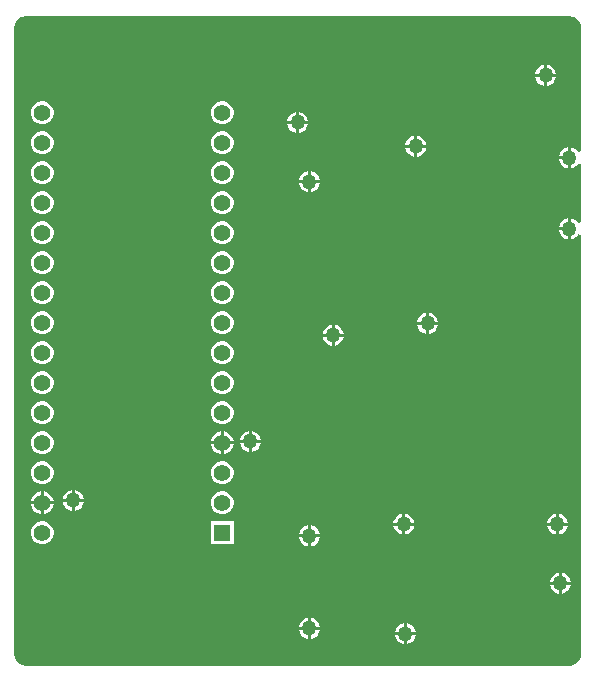
<source format=gbr>
G04*
G04 #@! TF.GenerationSoftware,Altium Limited,Altium Designer,24.6.1 (21)*
G04*
G04 Layer_Physical_Order=2*
G04 Layer_Color=16711680*
%FSLAX25Y25*%
%MOIN*%
G70*
G04*
G04 #@! TF.SameCoordinates,E50FEA8C-7DC8-4ABE-93B5-960DD125A3C4*
G04*
G04*
G04 #@! TF.FilePolarity,Positive*
G04*
G01*
G75*
%ADD39C,0.05567*%
%ADD40R,0.05567X0.05567*%
%ADD42C,0.05000*%
G36*
X190125Y220321D02*
X190841Y220024D01*
X191486Y219594D01*
X192034Y219045D01*
X192465Y218400D01*
X192762Y217684D01*
X192913Y216923D01*
Y216535D01*
Y175409D01*
X191913Y175141D01*
X191777Y175377D01*
X191125Y176029D01*
X190327Y176490D01*
X189476Y176718D01*
Y173228D01*
Y169739D01*
X190327Y169967D01*
X191125Y170428D01*
X191777Y171079D01*
X191913Y171315D01*
X192913Y171047D01*
Y151787D01*
X191913Y151519D01*
X191777Y151755D01*
X191125Y152407D01*
X190327Y152868D01*
X189476Y153096D01*
Y149606D01*
Y146117D01*
X190327Y146345D01*
X191125Y146806D01*
X191777Y147457D01*
X191913Y147693D01*
X192913Y147425D01*
Y7874D01*
Y7486D01*
X192762Y6726D01*
X192465Y6009D01*
X192034Y5364D01*
X191486Y4816D01*
X190841Y4385D01*
X190125Y4088D01*
X189364Y3937D01*
X7486D01*
X6726Y4088D01*
X6009Y4385D01*
X5364Y4816D01*
X4816Y5364D01*
X4385Y6009D01*
X4088Y6726D01*
X3937Y7486D01*
Y7874D01*
Y216535D01*
Y216923D01*
X4088Y217684D01*
X4385Y218400D01*
X4816Y219045D01*
X5364Y219594D01*
X6009Y220024D01*
X6726Y220321D01*
X7486Y220472D01*
X189364D01*
X190125Y220321D01*
D02*
G37*
%LPC*%
G36*
X181602Y204277D02*
Y201287D01*
X184592D01*
X184364Y202138D01*
X183903Y202936D01*
X183251Y203588D01*
X182453Y204049D01*
X181602Y204277D01*
D02*
G37*
G36*
X180602D02*
X179751Y204049D01*
X178953Y203588D01*
X178302Y202936D01*
X177841Y202138D01*
X177613Y201287D01*
X180602D01*
Y204277D01*
D02*
G37*
G36*
X184592Y200287D02*
X181602D01*
Y197298D01*
X182453Y197526D01*
X183251Y197987D01*
X183903Y198638D01*
X184364Y199436D01*
X184592Y200287D01*
D02*
G37*
G36*
X180602D02*
X177613D01*
X177841Y199436D01*
X178302Y198638D01*
X178953Y197987D01*
X179751Y197526D01*
X180602Y197298D01*
Y200287D01*
D02*
G37*
G36*
X98925Y188529D02*
Y185539D01*
X101915D01*
X101687Y186390D01*
X101226Y187188D01*
X100574Y187840D01*
X99776Y188301D01*
X98925Y188529D01*
D02*
G37*
G36*
X97925D02*
X97074Y188301D01*
X96276Y187840D01*
X95625Y187188D01*
X95164Y186390D01*
X94936Y185539D01*
X97925D01*
Y188529D01*
D02*
G37*
G36*
X73805Y192081D02*
X72809D01*
X71847Y191823D01*
X70984Y191325D01*
X70280Y190620D01*
X69781Y189758D01*
X69524Y188795D01*
Y187799D01*
X69781Y186837D01*
X70280Y185974D01*
X70984Y185270D01*
X71847Y184772D01*
X72809Y184514D01*
X73805D01*
X74767Y184772D01*
X75630Y185270D01*
X76335Y185974D01*
X76833Y186837D01*
X77091Y187799D01*
Y188795D01*
X76833Y189758D01*
X76335Y190620D01*
X75630Y191325D01*
X74767Y191823D01*
X73805Y192081D01*
D02*
G37*
G36*
X13805D02*
X12809D01*
X11847Y191823D01*
X10984Y191325D01*
X10280Y190620D01*
X9781Y189758D01*
X9524Y188795D01*
Y187799D01*
X9781Y186837D01*
X10280Y185974D01*
X10984Y185270D01*
X11847Y184772D01*
X12809Y184514D01*
X13805D01*
X14767Y184772D01*
X15630Y185270D01*
X16335Y185974D01*
X16833Y186837D01*
X17090Y187799D01*
Y188795D01*
X16833Y189758D01*
X16335Y190620D01*
X15630Y191325D01*
X14767Y191823D01*
X13805Y192081D01*
D02*
G37*
G36*
X101915Y184539D02*
X98925D01*
Y181550D01*
X99776Y181778D01*
X100574Y182239D01*
X101226Y182890D01*
X101687Y183688D01*
X101915Y184539D01*
D02*
G37*
G36*
X97925D02*
X94936D01*
X95164Y183688D01*
X95625Y182890D01*
X96276Y182239D01*
X97074Y181778D01*
X97925Y181550D01*
Y184539D01*
D02*
G37*
G36*
X138295Y180655D02*
Y177665D01*
X141285D01*
X141057Y178516D01*
X140596Y179314D01*
X139944Y179966D01*
X139146Y180427D01*
X138295Y180655D01*
D02*
G37*
G36*
X137295D02*
X136444Y180427D01*
X135646Y179966D01*
X134995Y179314D01*
X134534Y178516D01*
X134306Y177665D01*
X137295D01*
Y180655D01*
D02*
G37*
G36*
X73805Y182081D02*
X72809D01*
X71847Y181823D01*
X70984Y181325D01*
X70280Y180620D01*
X69781Y179758D01*
X69524Y178795D01*
Y177799D01*
X69781Y176837D01*
X70280Y175974D01*
X70984Y175270D01*
X71847Y174772D01*
X72809Y174514D01*
X73805D01*
X74767Y174772D01*
X75630Y175270D01*
X76335Y175974D01*
X76833Y176837D01*
X77091Y177799D01*
Y178795D01*
X76833Y179758D01*
X76335Y180620D01*
X75630Y181325D01*
X74767Y181823D01*
X73805Y182081D01*
D02*
G37*
G36*
X13805D02*
X12809D01*
X11847Y181823D01*
X10984Y181325D01*
X10280Y180620D01*
X9781Y179758D01*
X9524Y178795D01*
Y177799D01*
X9781Y176837D01*
X10280Y175974D01*
X10984Y175270D01*
X11847Y174772D01*
X12809Y174514D01*
X13805D01*
X14767Y174772D01*
X15630Y175270D01*
X16335Y175974D01*
X16833Y176837D01*
X17090Y177799D01*
Y178795D01*
X16833Y179758D01*
X16335Y180620D01*
X15630Y181325D01*
X14767Y181823D01*
X13805Y182081D01*
D02*
G37*
G36*
X188476Y176718D02*
X187625Y176490D01*
X186827Y176029D01*
X186176Y175377D01*
X185715Y174579D01*
X185487Y173728D01*
X188476D01*
Y176718D01*
D02*
G37*
G36*
X141285Y176665D02*
X138295D01*
Y173676D01*
X139146Y173904D01*
X139944Y174365D01*
X140596Y175016D01*
X141057Y175814D01*
X141285Y176665D01*
D02*
G37*
G36*
X137295D02*
X134306D01*
X134534Y175814D01*
X134995Y175016D01*
X135646Y174365D01*
X136444Y173904D01*
X137295Y173676D01*
Y176665D01*
D02*
G37*
G36*
X188476Y172728D02*
X185487D01*
X185715Y171877D01*
X186176Y171079D01*
X186827Y170428D01*
X187625Y169967D01*
X188476Y169739D01*
Y172728D01*
D02*
G37*
G36*
X102862Y168844D02*
Y165854D01*
X105852D01*
X105624Y166705D01*
X105163Y167503D01*
X104511Y168155D01*
X103713Y168616D01*
X102862Y168844D01*
D02*
G37*
G36*
X101862D02*
X101011Y168616D01*
X100213Y168155D01*
X99562Y167503D01*
X99101Y166705D01*
X98873Y165854D01*
X101862D01*
Y168844D01*
D02*
G37*
G36*
X73805Y172081D02*
X72809D01*
X71847Y171823D01*
X70984Y171325D01*
X70280Y170620D01*
X69781Y169758D01*
X69524Y168795D01*
Y167799D01*
X69781Y166837D01*
X70280Y165974D01*
X70984Y165270D01*
X71847Y164772D01*
X72809Y164514D01*
X73805D01*
X74767Y164772D01*
X75630Y165270D01*
X76335Y165974D01*
X76833Y166837D01*
X77091Y167799D01*
Y168795D01*
X76833Y169758D01*
X76335Y170620D01*
X75630Y171325D01*
X74767Y171823D01*
X73805Y172081D01*
D02*
G37*
G36*
X13805D02*
X12809D01*
X11847Y171823D01*
X10984Y171325D01*
X10280Y170620D01*
X9781Y169758D01*
X9524Y168795D01*
Y167799D01*
X9781Y166837D01*
X10280Y165974D01*
X10984Y165270D01*
X11847Y164772D01*
X12809Y164514D01*
X13805D01*
X14767Y164772D01*
X15630Y165270D01*
X16335Y165974D01*
X16833Y166837D01*
X17090Y167799D01*
Y168795D01*
X16833Y169758D01*
X16335Y170620D01*
X15630Y171325D01*
X14767Y171823D01*
X13805Y172081D01*
D02*
G37*
G36*
X105852Y164854D02*
X102862D01*
Y161865D01*
X103713Y162093D01*
X104511Y162554D01*
X105163Y163205D01*
X105624Y164003D01*
X105852Y164854D01*
D02*
G37*
G36*
X101862D02*
X98873D01*
X99101Y164003D01*
X99562Y163205D01*
X100213Y162554D01*
X101011Y162093D01*
X101862Y161865D01*
Y164854D01*
D02*
G37*
G36*
X73805Y162081D02*
X72809D01*
X71847Y161823D01*
X70984Y161325D01*
X70280Y160620D01*
X69781Y159758D01*
X69524Y158795D01*
Y157799D01*
X69781Y156837D01*
X70280Y155974D01*
X70984Y155270D01*
X71847Y154772D01*
X72809Y154514D01*
X73805D01*
X74767Y154772D01*
X75630Y155270D01*
X76335Y155974D01*
X76833Y156837D01*
X77091Y157799D01*
Y158795D01*
X76833Y159758D01*
X76335Y160620D01*
X75630Y161325D01*
X74767Y161823D01*
X73805Y162081D01*
D02*
G37*
G36*
X13805D02*
X12809D01*
X11847Y161823D01*
X10984Y161325D01*
X10280Y160620D01*
X9781Y159758D01*
X9524Y158795D01*
Y157799D01*
X9781Y156837D01*
X10280Y155974D01*
X10984Y155270D01*
X11847Y154772D01*
X12809Y154514D01*
X13805D01*
X14767Y154772D01*
X15630Y155270D01*
X16335Y155974D01*
X16833Y156837D01*
X17090Y157799D01*
Y158795D01*
X16833Y159758D01*
X16335Y160620D01*
X15630Y161325D01*
X14767Y161823D01*
X13805Y162081D01*
D02*
G37*
G36*
X188476Y153096D02*
X187625Y152868D01*
X186827Y152407D01*
X186176Y151755D01*
X185715Y150957D01*
X185487Y150106D01*
X188476D01*
Y153096D01*
D02*
G37*
G36*
Y149106D02*
X185487D01*
X185715Y148255D01*
X186176Y147457D01*
X186827Y146806D01*
X187625Y146345D01*
X188476Y146117D01*
Y149106D01*
D02*
G37*
G36*
X73805Y152081D02*
X72809D01*
X71847Y151823D01*
X70984Y151325D01*
X70280Y150620D01*
X69781Y149758D01*
X69524Y148795D01*
Y147799D01*
X69781Y146837D01*
X70280Y145974D01*
X70984Y145270D01*
X71847Y144772D01*
X72809Y144514D01*
X73805D01*
X74767Y144772D01*
X75630Y145270D01*
X76335Y145974D01*
X76833Y146837D01*
X77091Y147799D01*
Y148795D01*
X76833Y149758D01*
X76335Y150620D01*
X75630Y151325D01*
X74767Y151823D01*
X73805Y152081D01*
D02*
G37*
G36*
X13805D02*
X12809D01*
X11847Y151823D01*
X10984Y151325D01*
X10280Y150620D01*
X9781Y149758D01*
X9524Y148795D01*
Y147799D01*
X9781Y146837D01*
X10280Y145974D01*
X10984Y145270D01*
X11847Y144772D01*
X12809Y144514D01*
X13805D01*
X14767Y144772D01*
X15630Y145270D01*
X16335Y145974D01*
X16833Y146837D01*
X17090Y147799D01*
Y148795D01*
X16833Y149758D01*
X16335Y150620D01*
X15630Y151325D01*
X14767Y151823D01*
X13805Y152081D01*
D02*
G37*
G36*
X73805Y142081D02*
X72809D01*
X71847Y141823D01*
X70984Y141325D01*
X70280Y140620D01*
X69781Y139758D01*
X69524Y138795D01*
Y137799D01*
X69781Y136837D01*
X70280Y135974D01*
X70984Y135270D01*
X71847Y134772D01*
X72809Y134514D01*
X73805D01*
X74767Y134772D01*
X75630Y135270D01*
X76335Y135974D01*
X76833Y136837D01*
X77091Y137799D01*
Y138795D01*
X76833Y139758D01*
X76335Y140620D01*
X75630Y141325D01*
X74767Y141823D01*
X73805Y142081D01*
D02*
G37*
G36*
X13805D02*
X12809D01*
X11847Y141823D01*
X10984Y141325D01*
X10280Y140620D01*
X9781Y139758D01*
X9524Y138795D01*
Y137799D01*
X9781Y136837D01*
X10280Y135974D01*
X10984Y135270D01*
X11847Y134772D01*
X12809Y134514D01*
X13805D01*
X14767Y134772D01*
X15630Y135270D01*
X16335Y135974D01*
X16833Y136837D01*
X17090Y137799D01*
Y138795D01*
X16833Y139758D01*
X16335Y140620D01*
X15630Y141325D01*
X14767Y141823D01*
X13805Y142081D01*
D02*
G37*
G36*
X73805Y132081D02*
X72809D01*
X71847Y131823D01*
X70984Y131325D01*
X70280Y130620D01*
X69781Y129758D01*
X69524Y128795D01*
Y127799D01*
X69781Y126837D01*
X70280Y125974D01*
X70984Y125270D01*
X71847Y124772D01*
X72809Y124514D01*
X73805D01*
X74767Y124772D01*
X75630Y125270D01*
X76335Y125974D01*
X76833Y126837D01*
X77091Y127799D01*
Y128795D01*
X76833Y129758D01*
X76335Y130620D01*
X75630Y131325D01*
X74767Y131823D01*
X73805Y132081D01*
D02*
G37*
G36*
X13805D02*
X12809D01*
X11847Y131823D01*
X10984Y131325D01*
X10280Y130620D01*
X9781Y129758D01*
X9524Y128795D01*
Y127799D01*
X9781Y126837D01*
X10280Y125974D01*
X10984Y125270D01*
X11847Y124772D01*
X12809Y124514D01*
X13805D01*
X14767Y124772D01*
X15630Y125270D01*
X16335Y125974D01*
X16833Y126837D01*
X17090Y127799D01*
Y128795D01*
X16833Y129758D01*
X16335Y130620D01*
X15630Y131325D01*
X14767Y131823D01*
X13805Y132081D01*
D02*
G37*
G36*
X142232Y121600D02*
Y118610D01*
X145222D01*
X144994Y119461D01*
X144533Y120259D01*
X143881Y120911D01*
X143083Y121372D01*
X142232Y121600D01*
D02*
G37*
G36*
X141232D02*
X140381Y121372D01*
X139583Y120911D01*
X138932Y120259D01*
X138471Y119461D01*
X138243Y118610D01*
X141232D01*
Y121600D01*
D02*
G37*
G36*
X110736Y117663D02*
Y114673D01*
X113726D01*
X113498Y115524D01*
X113037Y116322D01*
X112385Y116974D01*
X111587Y117435D01*
X110736Y117663D01*
D02*
G37*
G36*
X109736D02*
X108885Y117435D01*
X108087Y116974D01*
X107436Y116322D01*
X106975Y115524D01*
X106747Y114673D01*
X109736D01*
Y117663D01*
D02*
G37*
G36*
X145222Y117610D02*
X142232D01*
Y114621D01*
X143083Y114849D01*
X143881Y115310D01*
X144533Y115961D01*
X144994Y116759D01*
X145222Y117610D01*
D02*
G37*
G36*
X141232D02*
X138243D01*
X138471Y116759D01*
X138932Y115961D01*
X139583Y115310D01*
X140381Y114849D01*
X141232Y114621D01*
Y117610D01*
D02*
G37*
G36*
X73805Y122081D02*
X72809D01*
X71847Y121823D01*
X70984Y121325D01*
X70280Y120620D01*
X69781Y119758D01*
X69524Y118795D01*
Y117799D01*
X69781Y116837D01*
X70280Y115974D01*
X70984Y115270D01*
X71847Y114772D01*
X72809Y114514D01*
X73805D01*
X74767Y114772D01*
X75630Y115270D01*
X76335Y115974D01*
X76833Y116837D01*
X77091Y117799D01*
Y118795D01*
X76833Y119758D01*
X76335Y120620D01*
X75630Y121325D01*
X74767Y121823D01*
X73805Y122081D01*
D02*
G37*
G36*
X13805D02*
X12809D01*
X11847Y121823D01*
X10984Y121325D01*
X10280Y120620D01*
X9781Y119758D01*
X9524Y118795D01*
Y117799D01*
X9781Y116837D01*
X10280Y115974D01*
X10984Y115270D01*
X11847Y114772D01*
X12809Y114514D01*
X13805D01*
X14767Y114772D01*
X15630Y115270D01*
X16335Y115974D01*
X16833Y116837D01*
X17090Y117799D01*
Y118795D01*
X16833Y119758D01*
X16335Y120620D01*
X15630Y121325D01*
X14767Y121823D01*
X13805Y122081D01*
D02*
G37*
G36*
X113726Y113673D02*
X110736D01*
Y110684D01*
X111587Y110912D01*
X112385Y111372D01*
X113037Y112024D01*
X113498Y112822D01*
X113726Y113673D01*
D02*
G37*
G36*
X109736D02*
X106747D01*
X106975Y112822D01*
X107436Y112024D01*
X108087Y111372D01*
X108885Y110912D01*
X109736Y110684D01*
Y113673D01*
D02*
G37*
G36*
X73805Y112081D02*
X72809D01*
X71847Y111823D01*
X70984Y111325D01*
X70280Y110620D01*
X69781Y109758D01*
X69524Y108795D01*
Y107799D01*
X69781Y106837D01*
X70280Y105974D01*
X70984Y105270D01*
X71847Y104772D01*
X72809Y104514D01*
X73805D01*
X74767Y104772D01*
X75630Y105270D01*
X76335Y105974D01*
X76833Y106837D01*
X77091Y107799D01*
Y108795D01*
X76833Y109758D01*
X76335Y110620D01*
X75630Y111325D01*
X74767Y111823D01*
X73805Y112081D01*
D02*
G37*
G36*
X13805D02*
X12809D01*
X11847Y111823D01*
X10984Y111325D01*
X10280Y110620D01*
X9781Y109758D01*
X9524Y108795D01*
Y107799D01*
X9781Y106837D01*
X10280Y105974D01*
X10984Y105270D01*
X11847Y104772D01*
X12809Y104514D01*
X13805D01*
X14767Y104772D01*
X15630Y105270D01*
X16335Y105974D01*
X16833Y106837D01*
X17090Y107799D01*
Y108795D01*
X16833Y109758D01*
X16335Y110620D01*
X15630Y111325D01*
X14767Y111823D01*
X13805Y112081D01*
D02*
G37*
G36*
X73805Y102081D02*
X72809D01*
X71847Y101823D01*
X70984Y101325D01*
X70280Y100620D01*
X69781Y99758D01*
X69524Y98795D01*
Y97799D01*
X69781Y96837D01*
X70280Y95974D01*
X70984Y95270D01*
X71847Y94772D01*
X72809Y94514D01*
X73805D01*
X74767Y94772D01*
X75630Y95270D01*
X76335Y95974D01*
X76833Y96837D01*
X77091Y97799D01*
Y98795D01*
X76833Y99758D01*
X76335Y100620D01*
X75630Y101325D01*
X74767Y101823D01*
X73805Y102081D01*
D02*
G37*
G36*
X13805D02*
X12809D01*
X11847Y101823D01*
X10984Y101325D01*
X10280Y100620D01*
X9781Y99758D01*
X9524Y98795D01*
Y97799D01*
X9781Y96837D01*
X10280Y95974D01*
X10984Y95270D01*
X11847Y94772D01*
X12809Y94514D01*
X13805D01*
X14767Y94772D01*
X15630Y95270D01*
X16335Y95974D01*
X16833Y96837D01*
X17090Y97799D01*
Y98795D01*
X16833Y99758D01*
X16335Y100620D01*
X15630Y101325D01*
X14767Y101823D01*
X13805Y102081D01*
D02*
G37*
G36*
X73805Y92081D02*
X72809D01*
X71847Y91823D01*
X70984Y91325D01*
X70280Y90620D01*
X69781Y89758D01*
X69524Y88795D01*
Y87799D01*
X69781Y86837D01*
X70280Y85974D01*
X70984Y85270D01*
X71847Y84772D01*
X72809Y84514D01*
X73805D01*
X74767Y84772D01*
X75630Y85270D01*
X76335Y85974D01*
X76833Y86837D01*
X77091Y87799D01*
Y88795D01*
X76833Y89758D01*
X76335Y90620D01*
X75630Y91325D01*
X74767Y91823D01*
X73805Y92081D01*
D02*
G37*
G36*
X13805D02*
X12809D01*
X11847Y91823D01*
X10984Y91325D01*
X10280Y90620D01*
X9781Y89758D01*
X9524Y88795D01*
Y87799D01*
X9781Y86837D01*
X10280Y85974D01*
X10984Y85270D01*
X11847Y84772D01*
X12809Y84514D01*
X13805D01*
X14767Y84772D01*
X15630Y85270D01*
X16335Y85974D01*
X16833Y86837D01*
X17090Y87799D01*
Y88795D01*
X16833Y89758D01*
X16335Y90620D01*
X15630Y91325D01*
X14767Y91823D01*
X13805Y92081D01*
D02*
G37*
G36*
X83177Y82230D02*
Y79240D01*
X86167D01*
X85939Y80091D01*
X85478Y80889D01*
X84826Y81541D01*
X84028Y82002D01*
X83177Y82230D01*
D02*
G37*
G36*
X82177D02*
X81326Y82002D01*
X80528Y81541D01*
X79877Y80889D01*
X79416Y80091D01*
X79188Y79240D01*
X82177D01*
Y82230D01*
D02*
G37*
G36*
X73807Y82080D02*
Y78797D01*
X77090D01*
X76833Y79758D01*
X76335Y80620D01*
X75630Y81325D01*
X74767Y81823D01*
X73807Y82080D01*
D02*
G37*
G36*
X72807D02*
X71847Y81823D01*
X70984Y81325D01*
X70280Y80620D01*
X69781Y79758D01*
X69524Y78797D01*
X72807D01*
Y82080D01*
D02*
G37*
G36*
X86167Y78240D02*
X83177D01*
Y75251D01*
X84028Y75479D01*
X84826Y75939D01*
X85478Y76591D01*
X85939Y77389D01*
X86167Y78240D01*
D02*
G37*
G36*
X82177D02*
X79188D01*
X79416Y77389D01*
X79877Y76591D01*
X80528Y75939D01*
X81326Y75479D01*
X82177Y75251D01*
Y78240D01*
D02*
G37*
G36*
X77090Y77797D02*
X73807D01*
Y74514D01*
X74767Y74772D01*
X75630Y75270D01*
X76335Y75974D01*
X76833Y76837D01*
X77090Y77797D01*
D02*
G37*
G36*
X72807D02*
X69524D01*
X69781Y76837D01*
X70280Y75974D01*
X70984Y75270D01*
X71847Y74772D01*
X72807Y74514D01*
Y77797D01*
D02*
G37*
G36*
X13805Y82081D02*
X12809D01*
X11847Y81823D01*
X10984Y81325D01*
X10280Y80620D01*
X9781Y79758D01*
X9524Y78795D01*
Y77799D01*
X9781Y76837D01*
X10280Y75974D01*
X10984Y75270D01*
X11847Y74772D01*
X12809Y74514D01*
X13805D01*
X14767Y74772D01*
X15630Y75270D01*
X16335Y75974D01*
X16833Y76837D01*
X17090Y77799D01*
Y78795D01*
X16833Y79758D01*
X16335Y80620D01*
X15630Y81325D01*
X14767Y81823D01*
X13805Y82081D01*
D02*
G37*
G36*
X73805Y72081D02*
X72809D01*
X71847Y71823D01*
X70984Y71325D01*
X70280Y70620D01*
X69781Y69758D01*
X69524Y68795D01*
Y67799D01*
X69781Y66837D01*
X70280Y65974D01*
X70984Y65270D01*
X71847Y64772D01*
X72809Y64514D01*
X73805D01*
X74767Y64772D01*
X75630Y65270D01*
X76335Y65974D01*
X76833Y66837D01*
X77091Y67799D01*
Y68795D01*
X76833Y69758D01*
X76335Y70620D01*
X75630Y71325D01*
X74767Y71823D01*
X73805Y72081D01*
D02*
G37*
G36*
X13805D02*
X12809D01*
X11847Y71823D01*
X10984Y71325D01*
X10280Y70620D01*
X9781Y69758D01*
X9524Y68795D01*
Y67799D01*
X9781Y66837D01*
X10280Y65974D01*
X10984Y65270D01*
X11847Y64772D01*
X12809Y64514D01*
X13805D01*
X14767Y64772D01*
X15630Y65270D01*
X16335Y65974D01*
X16833Y66837D01*
X17090Y67799D01*
Y68795D01*
X16833Y69758D01*
X16335Y70620D01*
X15630Y71325D01*
X14767Y71823D01*
X13805Y72081D01*
D02*
G37*
G36*
X24122Y62545D02*
Y59555D01*
X27112D01*
X26884Y60406D01*
X26423Y61204D01*
X25771Y61856D01*
X24973Y62317D01*
X24122Y62545D01*
D02*
G37*
G36*
X23122D02*
X22271Y62317D01*
X21473Y61856D01*
X20821Y61204D01*
X20361Y60406D01*
X20133Y59555D01*
X23122D01*
Y62545D01*
D02*
G37*
G36*
X13807Y62080D02*
Y58797D01*
X17090D01*
X16833Y59758D01*
X16335Y60620D01*
X15630Y61325D01*
X14767Y61823D01*
X13807Y62080D01*
D02*
G37*
G36*
X12807D02*
X11847Y61823D01*
X10984Y61325D01*
X10280Y60620D01*
X9781Y59758D01*
X9524Y58797D01*
X12807D01*
Y62080D01*
D02*
G37*
G36*
X27112Y58555D02*
X24122D01*
Y55566D01*
X24973Y55794D01*
X25771Y56254D01*
X26423Y56906D01*
X26884Y57704D01*
X27112Y58555D01*
D02*
G37*
G36*
X23122D02*
X20133D01*
X20361Y57704D01*
X20821Y56906D01*
X21473Y56254D01*
X22271Y55794D01*
X23122Y55566D01*
Y58555D01*
D02*
G37*
G36*
X17090Y57797D02*
X13807D01*
Y54514D01*
X14767Y54772D01*
X15630Y55270D01*
X16335Y55974D01*
X16833Y56837D01*
X17090Y57797D01*
D02*
G37*
G36*
X12807D02*
X9524D01*
X9781Y56837D01*
X10280Y55974D01*
X10984Y55270D01*
X11847Y54772D01*
X12807Y54514D01*
Y57797D01*
D02*
G37*
G36*
X73805Y62081D02*
X72809D01*
X71847Y61823D01*
X70984Y61325D01*
X70280Y60620D01*
X69781Y59758D01*
X69524Y58795D01*
Y57799D01*
X69781Y56837D01*
X70280Y55974D01*
X70984Y55270D01*
X71847Y54772D01*
X72809Y54514D01*
X73805D01*
X74767Y54772D01*
X75630Y55270D01*
X76335Y55974D01*
X76833Y56837D01*
X77091Y57799D01*
Y58795D01*
X76833Y59758D01*
X76335Y60620D01*
X75630Y61325D01*
X74767Y61823D01*
X73805Y62081D01*
D02*
G37*
G36*
X185539Y54671D02*
Y51681D01*
X188529D01*
X188301Y52532D01*
X187840Y53330D01*
X187188Y53982D01*
X186390Y54443D01*
X185539Y54671D01*
D02*
G37*
G36*
X184539D02*
X183688Y54443D01*
X182890Y53982D01*
X182239Y53330D01*
X181778Y52532D01*
X181550Y51681D01*
X184539D01*
Y54671D01*
D02*
G37*
G36*
X134358D02*
Y51681D01*
X137348D01*
X137120Y52532D01*
X136659Y53330D01*
X136007Y53982D01*
X135209Y54443D01*
X134358Y54671D01*
D02*
G37*
G36*
X133358D02*
X132507Y54443D01*
X131709Y53982D01*
X131058Y53330D01*
X130597Y52532D01*
X130369Y51681D01*
X133358D01*
Y54671D01*
D02*
G37*
G36*
X102862Y50734D02*
Y47744D01*
X105852D01*
X105624Y48595D01*
X105163Y49393D01*
X104511Y50045D01*
X103713Y50506D01*
X102862Y50734D01*
D02*
G37*
G36*
X101862D02*
X101011Y50506D01*
X100213Y50045D01*
X99562Y49393D01*
X99101Y48595D01*
X98873Y47744D01*
X101862D01*
Y50734D01*
D02*
G37*
G36*
X188529Y50681D02*
X185539D01*
Y47692D01*
X186390Y47920D01*
X187188Y48380D01*
X187840Y49032D01*
X188301Y49830D01*
X188529Y50681D01*
D02*
G37*
G36*
X184539D02*
X181550D01*
X181778Y49830D01*
X182239Y49032D01*
X182890Y48380D01*
X183688Y47920D01*
X184539Y47692D01*
Y50681D01*
D02*
G37*
G36*
X137348D02*
X134358D01*
Y47692D01*
X135209Y47920D01*
X136007Y48380D01*
X136659Y49032D01*
X137120Y49830D01*
X137348Y50681D01*
D02*
G37*
G36*
X133358D02*
X130369D01*
X130597Y49830D01*
X131058Y49032D01*
X131709Y48380D01*
X132507Y47920D01*
X133358Y47692D01*
Y50681D01*
D02*
G37*
G36*
X77091Y52081D02*
X69524D01*
Y44514D01*
X77091D01*
Y52081D01*
D02*
G37*
G36*
X13805D02*
X12809D01*
X11847Y51823D01*
X10984Y51325D01*
X10280Y50620D01*
X9781Y49758D01*
X9524Y48795D01*
Y47799D01*
X9781Y46837D01*
X10280Y45974D01*
X10984Y45270D01*
X11847Y44772D01*
X12809Y44514D01*
X13805D01*
X14767Y44772D01*
X15630Y45270D01*
X16335Y45974D01*
X16833Y46837D01*
X17090Y47799D01*
Y48795D01*
X16833Y49758D01*
X16335Y50620D01*
X15630Y51325D01*
X14767Y51823D01*
X13805Y52081D01*
D02*
G37*
G36*
X105852Y46744D02*
X102862D01*
Y43755D01*
X103713Y43983D01*
X104511Y44443D01*
X105163Y45095D01*
X105624Y45893D01*
X105852Y46744D01*
D02*
G37*
G36*
X101862D02*
X98873D01*
X99101Y45893D01*
X99562Y45095D01*
X100213Y44443D01*
X101011Y43983D01*
X101862Y43755D01*
Y46744D01*
D02*
G37*
G36*
X186524Y34986D02*
Y31996D01*
X189513D01*
X189285Y32847D01*
X188824Y33645D01*
X188173Y34297D01*
X187375Y34758D01*
X186524Y34986D01*
D02*
G37*
G36*
X185524D02*
X184673Y34758D01*
X183875Y34297D01*
X183223Y33645D01*
X182762Y32847D01*
X182534Y31996D01*
X185524D01*
Y34986D01*
D02*
G37*
G36*
X189513Y30996D02*
X186524D01*
Y28007D01*
X187375Y28235D01*
X188173Y28695D01*
X188824Y29347D01*
X189285Y30145D01*
X189513Y30996D01*
D02*
G37*
G36*
X185524D02*
X182534D01*
X182762Y30145D01*
X183223Y29347D01*
X183875Y28695D01*
X184673Y28235D01*
X185524Y28007D01*
Y30996D01*
D02*
G37*
G36*
X102862Y19952D02*
Y16963D01*
X105852D01*
X105624Y17814D01*
X105163Y18612D01*
X104511Y19264D01*
X103713Y19724D01*
X102862Y19952D01*
D02*
G37*
G36*
X101862D02*
X101011Y19724D01*
X100213Y19264D01*
X99562Y18612D01*
X99101Y17814D01*
X98873Y16963D01*
X101862D01*
Y19952D01*
D02*
G37*
G36*
X134850Y18155D02*
Y15165D01*
X137840D01*
X137612Y16016D01*
X137151Y16814D01*
X136499Y17466D01*
X135701Y17927D01*
X134850Y18155D01*
D02*
G37*
G36*
X133850D02*
X132999Y17927D01*
X132201Y17466D01*
X131550Y16814D01*
X131089Y16016D01*
X130861Y15165D01*
X133850D01*
Y18155D01*
D02*
G37*
G36*
X105852Y15963D02*
X102862D01*
Y12973D01*
X103713Y13201D01*
X104511Y13662D01*
X105163Y14314D01*
X105624Y15112D01*
X105852Y15963D01*
D02*
G37*
G36*
X101862D02*
X98873D01*
X99101Y15112D01*
X99562Y14314D01*
X100213Y13662D01*
X101011Y13201D01*
X101862Y12973D01*
Y15963D01*
D02*
G37*
G36*
X137840Y14165D02*
X134850D01*
Y11176D01*
X135701Y11404D01*
X136499Y11865D01*
X137151Y12516D01*
X137612Y13314D01*
X137840Y14165D01*
D02*
G37*
G36*
X133850D02*
X130861D01*
X131089Y13314D01*
X131550Y12516D01*
X132201Y11865D01*
X132999Y11404D01*
X133850Y11176D01*
Y14165D01*
D02*
G37*
%LPD*%
D39*
X13307Y48297D02*
D03*
Y58297D02*
D03*
Y68297D02*
D03*
Y78297D02*
D03*
Y88297D02*
D03*
Y98297D02*
D03*
Y108297D02*
D03*
Y118297D02*
D03*
Y128297D02*
D03*
Y138297D02*
D03*
Y148297D02*
D03*
Y158297D02*
D03*
Y168297D02*
D03*
Y178297D02*
D03*
Y188297D02*
D03*
X73307D02*
D03*
Y178297D02*
D03*
Y168297D02*
D03*
Y158297D02*
D03*
Y148297D02*
D03*
Y138297D02*
D03*
Y128297D02*
D03*
Y118297D02*
D03*
Y108297D02*
D03*
Y98297D02*
D03*
Y88297D02*
D03*
Y78297D02*
D03*
Y68297D02*
D03*
Y58297D02*
D03*
D40*
Y48297D02*
D03*
D42*
X181102Y200787D02*
D03*
X98425Y185039D02*
D03*
X134350Y14665D02*
D03*
X185039Y51181D02*
D03*
X133858D02*
D03*
X102362Y47244D02*
D03*
X102362Y16463D02*
D03*
X102362Y165354D02*
D03*
X141732Y118110D02*
D03*
X188976Y149606D02*
D03*
X186024Y31496D02*
D03*
X137795Y177165D02*
D03*
X188976Y173228D02*
D03*
X110236Y114173D02*
D03*
X23622Y59055D02*
D03*
X82677Y78740D02*
D03*
M02*

</source>
